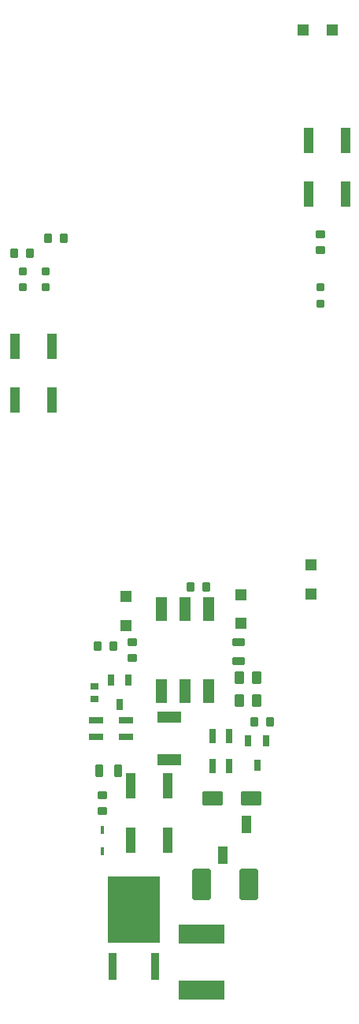
<source format=gtp>
G04*
G04 #@! TF.GenerationSoftware,Altium Limited,Altium Designer,21.9.2 (33)*
G04*
G04 Layer_Color=8421504*
%FSLAX25Y25*%
%MOIN*%
G70*
G04*
G04 #@! TF.SameCoordinates,39B9B14E-A64B-4F8B-B52F-0CE4EF318544*
G04*
G04*
G04 #@! TF.FilePolarity,Positive*
G04*
G01*
G75*
%ADD27R,0.04528X0.05118*%
G04:AMPARAMS|DCode=28|XSize=86.61mil|YSize=59.06mil|CornerRadius=7.38mil|HoleSize=0mil|Usage=FLASHONLY|Rotation=0.000|XOffset=0mil|YOffset=0mil|HoleType=Round|Shape=RoundedRectangle|*
%AMROUNDEDRECTD28*
21,1,0.08661,0.04429,0,0,0.0*
21,1,0.07185,0.05906,0,0,0.0*
1,1,0.01476,0.03593,-0.02215*
1,1,0.01476,-0.03593,-0.02215*
1,1,0.01476,-0.03593,0.02215*
1,1,0.01476,0.03593,0.02215*
%
%ADD28ROUNDEDRECTD28*%
%ADD29R,0.03937X0.11024*%
G04:AMPARAMS|DCode=30|XSize=39.37mil|YSize=35.43mil|CornerRadius=4.43mil|HoleSize=0mil|Usage=FLASHONLY|Rotation=90.000|XOffset=0mil|YOffset=0mil|HoleType=Round|Shape=RoundedRectangle|*
%AMROUNDEDRECTD30*
21,1,0.03937,0.02657,0,0,90.0*
21,1,0.03051,0.03543,0,0,90.0*
1,1,0.00886,0.01329,0.01526*
1,1,0.00886,0.01329,-0.01526*
1,1,0.00886,-0.01329,-0.01526*
1,1,0.00886,-0.01329,0.01526*
%
%ADD30ROUNDEDRECTD30*%
G04:AMPARAMS|DCode=31|XSize=31.5mil|YSize=31.5mil|CornerRadius=3.94mil|HoleSize=0mil|Usage=FLASHONLY|Rotation=270.000|XOffset=0mil|YOffset=0mil|HoleType=Round|Shape=RoundedRectangle|*
%AMROUNDEDRECTD31*
21,1,0.03150,0.02362,0,0,270.0*
21,1,0.02362,0.03150,0,0,270.0*
1,1,0.00787,-0.01181,-0.01181*
1,1,0.00787,-0.01181,0.01181*
1,1,0.00787,0.01181,0.01181*
1,1,0.00787,0.01181,-0.01181*
%
%ADD31ROUNDEDRECTD31*%
G04:AMPARAMS|DCode=32|XSize=39.37mil|YSize=35.43mil|CornerRadius=4.43mil|HoleSize=0mil|Usage=FLASHONLY|Rotation=180.000|XOffset=0mil|YOffset=0mil|HoleType=Round|Shape=RoundedRectangle|*
%AMROUNDEDRECTD32*
21,1,0.03937,0.02657,0,0,180.0*
21,1,0.03051,0.03543,0,0,180.0*
1,1,0.00886,-0.01526,0.01329*
1,1,0.00886,0.01526,0.01329*
1,1,0.00886,0.01526,-0.01329*
1,1,0.00886,-0.01526,-0.01329*
%
%ADD32ROUNDEDRECTD32*%
%ADD33R,0.10433X0.05118*%
%ADD34R,0.05118X0.04528*%
G04:AMPARAMS|DCode=35|XSize=51.18mil|YSize=31.5mil|CornerRadius=3.94mil|HoleSize=0mil|Usage=FLASHONLY|Rotation=90.000|XOffset=0mil|YOffset=0mil|HoleType=Round|Shape=RoundedRectangle|*
%AMROUNDEDRECTD35*
21,1,0.05118,0.02362,0,0,90.0*
21,1,0.04331,0.03150,0,0,90.0*
1,1,0.00787,0.01181,0.02165*
1,1,0.00787,0.01181,-0.02165*
1,1,0.00787,-0.01181,-0.02165*
1,1,0.00787,-0.01181,0.02165*
%
%ADD35ROUNDEDRECTD35*%
%ADD36R,0.05906X0.03150*%
%ADD37R,0.03150X0.05906*%
G04:AMPARAMS|DCode=38|XSize=55.12mil|YSize=39.37mil|CornerRadius=4.92mil|HoleSize=0mil|Usage=FLASHONLY|Rotation=90.000|XOffset=0mil|YOffset=0mil|HoleType=Round|Shape=RoundedRectangle|*
%AMROUNDEDRECTD38*
21,1,0.05512,0.02953,0,0,90.0*
21,1,0.04528,0.03937,0,0,90.0*
1,1,0.00984,0.01476,0.02264*
1,1,0.00984,0.01476,-0.02264*
1,1,0.00984,-0.01476,-0.02264*
1,1,0.00984,-0.01476,0.02264*
%
%ADD38ROUNDEDRECTD38*%
%ADD39R,0.19685X0.07874*%
%ADD40R,0.04016X0.07480*%
%ADD41R,0.21850X0.28347*%
%ADD42R,0.03740X0.11811*%
%ADD43R,0.01772X0.03347*%
G04:AMPARAMS|DCode=44|XSize=131.89mil|YSize=80.71mil|CornerRadius=10.09mil|HoleSize=0mil|Usage=FLASHONLY|Rotation=90.000|XOffset=0mil|YOffset=0mil|HoleType=Round|Shape=RoundedRectangle|*
%AMROUNDEDRECTD44*
21,1,0.13189,0.06053,0,0,90.0*
21,1,0.11171,0.08071,0,0,90.0*
1,1,0.02018,0.03027,0.05586*
1,1,0.02018,0.03027,-0.05586*
1,1,0.02018,-0.03027,-0.05586*
1,1,0.02018,-0.03027,0.05586*
%
%ADD44ROUNDEDRECTD44*%
%ADD45R,0.03740X0.02953*%
%ADD46R,0.02559X0.04724*%
G04:AMPARAMS|DCode=47|XSize=51.18mil|YSize=31.5mil|CornerRadius=3.94mil|HoleSize=0mil|Usage=FLASHONLY|Rotation=0.000|XOffset=0mil|YOffset=0mil|HoleType=Round|Shape=RoundedRectangle|*
%AMROUNDEDRECTD47*
21,1,0.05118,0.02362,0,0,0.0*
21,1,0.04331,0.03150,0,0,0.0*
1,1,0.00787,0.02165,-0.01181*
1,1,0.00787,-0.02165,-0.01181*
1,1,0.00787,-0.02165,0.01181*
1,1,0.00787,0.02165,0.01181*
%
%ADD47ROUNDEDRECTD47*%
%ADD48R,0.05000X0.10000*%
D27*
X435236Y558071D02*
D03*
X423032D02*
D03*
D28*
X384449Y233268D02*
D03*
X400984D02*
D03*
D29*
X316535Y401575D02*
D03*
Y424409D02*
D03*
X300787D02*
D03*
Y401575D02*
D03*
X440945Y488583D02*
D03*
Y511417D02*
D03*
X425197D02*
D03*
Y488583D02*
D03*
X349926Y215783D02*
D03*
Y238617D02*
D03*
X365674D02*
D03*
Y215783D02*
D03*
D30*
X307283Y463779D02*
D03*
X300591D02*
D03*
X321457Y470079D02*
D03*
X314764D02*
D03*
X342547Y297600D02*
D03*
X335854D02*
D03*
X408858Y265748D02*
D03*
X402165D02*
D03*
X375197Y322835D02*
D03*
X381890D02*
D03*
D31*
X304134Y449213D02*
D03*
Y455905D02*
D03*
X313976Y449213D02*
D03*
Y455905D02*
D03*
X430118Y449213D02*
D03*
Y442520D02*
D03*
D32*
Y465158D02*
D03*
Y471850D02*
D03*
X338000Y234700D02*
D03*
Y228007D02*
D03*
X350500Y292754D02*
D03*
Y299447D02*
D03*
D33*
X366142Y267618D02*
D03*
Y249705D02*
D03*
D34*
X426181Y319685D02*
D03*
Y331890D02*
D03*
X347900Y306498D02*
D03*
Y318702D02*
D03*
X396500Y307295D02*
D03*
Y319500D02*
D03*
D35*
X336614Y245079D02*
D03*
X344488D02*
D03*
D36*
X335201Y259516D02*
D03*
X347799D02*
D03*
Y266484D02*
D03*
X335201D02*
D03*
D37*
X384516Y259799D02*
D03*
Y247201D02*
D03*
X391484D02*
D03*
Y259799D02*
D03*
D38*
X403150Y274606D02*
D03*
X396063D02*
D03*
X403150Y284449D02*
D03*
X396063D02*
D03*
D39*
X379900Y175911D02*
D03*
Y152289D02*
D03*
D40*
X389000Y209308D02*
D03*
X399000Y222300D02*
D03*
D41*
X351224Y186219D02*
D03*
D42*
X360200Y162400D02*
D03*
X342247D02*
D03*
D43*
X338000Y219929D02*
D03*
Y211071D02*
D03*
D44*
X379861Y197200D02*
D03*
X399939D02*
D03*
D45*
X334700Y280856D02*
D03*
Y275344D02*
D03*
D46*
X349040Y283218D02*
D03*
X341560D02*
D03*
X345300Y272982D02*
D03*
X403500Y247382D02*
D03*
X399760Y257618D02*
D03*
X407240D02*
D03*
D47*
X395669Y291339D02*
D03*
Y299213D02*
D03*
D48*
X363000Y313500D02*
D03*
X373000D02*
D03*
X383000D02*
D03*
Y278658D02*
D03*
X373000D02*
D03*
X363000D02*
D03*
M02*

</source>
